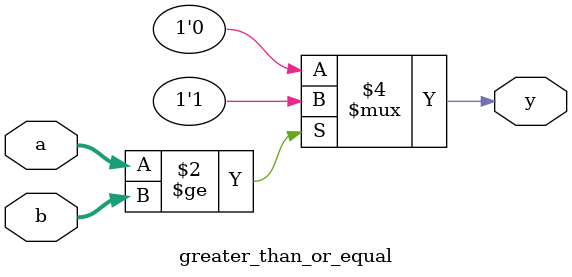
<source format=v>

module greater_than_or_equal(a, b, y);
  input [7:0] a;
  input [7:0] b;
  output y;
  reg y;

  always @(*) begin
    if (a >= b) begin
      y = 1;
    end else begin
      y = 0;
    end
  end
endmodule

</source>
